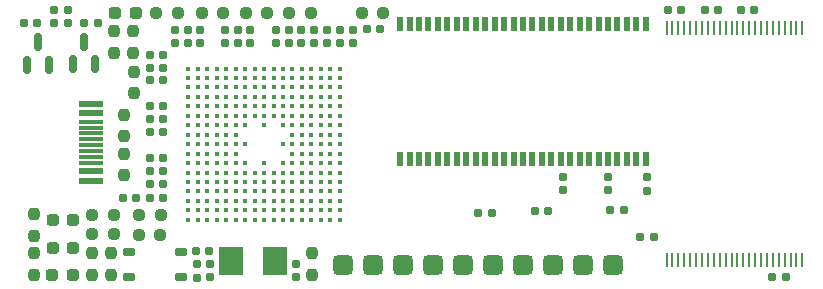
<source format=gtp>
G04 #@! TF.GenerationSoftware,KiCad,Pcbnew,(6.0.11-0)*
G04 #@! TF.CreationDate,2023-02-06T17:09:19+08:00*
G04 #@! TF.ProjectId,us3c,75733363-2e6b-4696-9361-645f70636258,rev?*
G04 #@! TF.SameCoordinates,Original*
G04 #@! TF.FileFunction,Paste,Top*
G04 #@! TF.FilePolarity,Positive*
%FSLAX46Y46*%
G04 Gerber Fmt 4.6, Leading zero omitted, Abs format (unit mm)*
G04 Created by KiCad (PCBNEW (6.0.11-0)) date 2023-02-06 17:09:19*
%MOMM*%
%LPD*%
G01*
G04 APERTURE LIST*
G04 Aperture macros list*
%AMRoundRect*
0 Rectangle with rounded corners*
0 $1 Rounding radius*
0 $2 $3 $4 $5 $6 $7 $8 $9 X,Y pos of 4 corners*
0 Add a 4 corners polygon primitive as box body*
4,1,4,$2,$3,$4,$5,$6,$7,$8,$9,$2,$3,0*
0 Add four circle primitives for the rounded corners*
1,1,$1+$1,$2,$3*
1,1,$1+$1,$4,$5*
1,1,$1+$1,$6,$7*
1,1,$1+$1,$8,$9*
0 Add four rect primitives between the rounded corners*
20,1,$1+$1,$2,$3,$4,$5,0*
20,1,$1+$1,$4,$5,$6,$7,0*
20,1,$1+$1,$6,$7,$8,$9,0*
20,1,$1+$1,$8,$9,$2,$3,0*%
G04 Aperture macros list end*
%ADD10RoundRect,0.237500X-0.287500X-0.237500X0.287500X-0.237500X0.287500X0.237500X-0.287500X0.237500X0*%
%ADD11RoundRect,0.150000X0.150000X-0.587500X0.150000X0.587500X-0.150000X0.587500X-0.150000X-0.587500X0*%
%ADD12RoundRect,0.237500X-0.237500X0.250000X-0.237500X-0.250000X0.237500X-0.250000X0.237500X0.250000X0*%
%ADD13RoundRect,0.155000X-0.212500X-0.155000X0.212500X-0.155000X0.212500X0.155000X-0.212500X0.155000X0*%
%ADD14RoundRect,0.155000X-0.155000X0.212500X-0.155000X-0.212500X0.155000X-0.212500X0.155000X0.212500X0*%
%ADD15C,0.410000*%
%ADD16R,2.000000X0.600000*%
%ADD17R,2.000000X0.300000*%
%ADD18R,1.450000X0.600000*%
%ADD19RoundRect,0.175260X-0.349250X-0.175260X0.349250X-0.175260X0.349250X0.175260X-0.349250X0.175260X0*%
%ADD20RoundRect,0.155000X0.212500X0.155000X-0.212500X0.155000X-0.212500X-0.155000X0.212500X-0.155000X0*%
%ADD21RoundRect,0.237500X0.237500X-0.250000X0.237500X0.250000X-0.237500X0.250000X-0.237500X-0.250000X0*%
%ADD22RoundRect,0.237500X-0.250000X-0.237500X0.250000X-0.237500X0.250000X0.237500X-0.250000X0.237500X0*%
%ADD23RoundRect,0.155000X0.155000X-0.212500X0.155000X0.212500X-0.155000X0.212500X-0.155000X-0.212500X0*%
%ADD24RoundRect,0.425000X0.425000X-0.425000X0.425000X0.425000X-0.425000X0.425000X-0.425000X-0.425000X0*%
%ADD25R,0.508000X1.193800*%
%ADD26R,0.254000X1.282700*%
%ADD27RoundRect,0.237500X0.250000X0.237500X-0.250000X0.237500X-0.250000X-0.237500X0.250000X-0.237500X0*%
%ADD28RoundRect,0.237500X0.287500X0.237500X-0.287500X0.237500X-0.287500X-0.237500X0.287500X-0.237500X0*%
%ADD29R,2.000000X2.400000*%
G04 APERTURE END LIST*
D10*
G04 #@! TO.C,D4*
X20994400Y-39293800D03*
X22744400Y-39293800D03*
G04 #@! TD*
D11*
G04 #@! TO.C,U3*
X18785800Y-23746700D03*
X20685800Y-23746700D03*
X19735800Y-21871700D03*
G04 #@! TD*
D12*
G04 #@! TO.C,R21*
X25958800Y-39725600D03*
X25958800Y-41550600D03*
G04 #@! TD*
D13*
G04 #@! TO.C,C45*
X29218000Y-33883600D03*
X30353000Y-33883600D03*
G04 #@! TD*
D14*
G04 #@! TO.C,C21*
X31343600Y-20819300D03*
X31343600Y-21954300D03*
G04 #@! TD*
G04 #@! TO.C,C40*
X35585400Y-20819300D03*
X35585400Y-21954300D03*
G04 #@! TD*
D13*
G04 #@! TO.C,C35*
X23664100Y-20243800D03*
X24799100Y-20243800D03*
G04 #@! TD*
G04 #@! TO.C,C43*
X29218000Y-32766000D03*
X30353000Y-32766000D03*
G04 #@! TD*
D15*
G04 #@! TO.C,IC1*
X45287400Y-24081201D03*
X45287400Y-24881201D03*
X45287400Y-25681201D03*
X45287400Y-26481201D03*
X45287400Y-27281201D03*
X45287400Y-28081201D03*
X45287400Y-28881201D03*
X45287400Y-29681201D03*
X45287400Y-30481201D03*
X45287400Y-31281201D03*
X45287400Y-32081201D03*
X45287400Y-32881201D03*
X45287400Y-33681201D03*
X45287400Y-34481201D03*
X45287400Y-35281201D03*
X45287400Y-36081201D03*
X45287400Y-36881201D03*
X44487400Y-24081201D03*
X44487400Y-24881201D03*
X44487400Y-25681201D03*
X44487400Y-26481201D03*
X44487400Y-27281201D03*
X44487400Y-28081201D03*
X44487400Y-28881201D03*
X44487400Y-29681201D03*
X44487400Y-30481201D03*
X44487400Y-31281201D03*
X44487400Y-32081201D03*
X44487400Y-32881201D03*
X44487400Y-33681201D03*
X44487400Y-34481201D03*
X44487400Y-35281201D03*
X44487400Y-36081201D03*
X44487400Y-36881201D03*
X43687400Y-24081201D03*
X43687400Y-24881201D03*
X43687400Y-25681201D03*
X43687400Y-26481201D03*
X43687400Y-27281201D03*
X43687400Y-28081201D03*
X43687400Y-28881201D03*
X43687400Y-29681201D03*
X43687400Y-30481201D03*
X43687400Y-31281201D03*
X43687400Y-32081201D03*
X43687400Y-32881201D03*
X43687400Y-33681201D03*
X43687400Y-34481201D03*
X43687400Y-35281201D03*
X43687400Y-36081201D03*
X43687400Y-36881201D03*
X42887400Y-24081201D03*
X42887400Y-24881201D03*
X42887400Y-25681201D03*
X42887400Y-26481201D03*
X42887400Y-27281201D03*
X42887400Y-28081201D03*
X42887400Y-28881201D03*
X42887400Y-29681201D03*
X42887400Y-30481201D03*
X42887400Y-31281201D03*
X42887400Y-32081201D03*
X42887400Y-32881201D03*
X42887400Y-33681201D03*
X42887400Y-34481201D03*
X42887400Y-35281201D03*
X42887400Y-36081201D03*
X42887400Y-36881201D03*
X42087400Y-24081201D03*
X42087400Y-24881201D03*
X42087400Y-25681201D03*
X42087400Y-26481201D03*
X42087400Y-27281201D03*
X42087400Y-28081201D03*
X42087400Y-28881201D03*
X42087400Y-29681201D03*
X42087400Y-30481201D03*
X42087400Y-31281201D03*
X42087400Y-32081201D03*
X42087400Y-32881201D03*
X42087400Y-33681201D03*
X42087400Y-34481201D03*
X42087400Y-35281201D03*
X42087400Y-36081201D03*
X42087400Y-36881201D03*
X41287400Y-24081201D03*
X41287400Y-24881201D03*
X41287400Y-25681201D03*
X41287400Y-26481201D03*
X41287400Y-27281201D03*
X41287400Y-28081201D03*
X41287400Y-28881201D03*
X41287400Y-29681201D03*
X41287400Y-30481201D03*
X41287400Y-31281201D03*
X41287400Y-32081201D03*
X41287400Y-32881201D03*
X41287400Y-33681201D03*
X41287400Y-34481201D03*
X41287400Y-35281201D03*
X41287400Y-36081201D03*
X41287400Y-36881201D03*
X40487400Y-24081201D03*
X40487400Y-24881201D03*
X40487400Y-25681201D03*
X40487400Y-26481201D03*
X40487400Y-27281201D03*
X40487400Y-28081201D03*
X40487400Y-28881201D03*
X40487400Y-30481201D03*
X40487400Y-32081201D03*
X40487400Y-32881201D03*
X40487400Y-33681201D03*
X40487400Y-34481201D03*
X40487400Y-35281201D03*
X40487400Y-36081201D03*
X40487400Y-36881201D03*
X39687400Y-24081201D03*
X39687400Y-24881201D03*
X39687400Y-25681201D03*
X39687400Y-26481201D03*
X39687400Y-27281201D03*
X39687400Y-28081201D03*
X39687400Y-32881201D03*
X39687400Y-33681201D03*
X39687400Y-34481201D03*
X39687400Y-35281201D03*
X39687400Y-36081201D03*
X39687400Y-36881201D03*
X38887400Y-24081201D03*
X38887400Y-24881201D03*
X38887400Y-25681201D03*
X38887400Y-26481201D03*
X38887400Y-27281201D03*
X38887400Y-28081201D03*
X38887400Y-28881201D03*
X38887400Y-32081201D03*
X38887400Y-32881201D03*
X38887400Y-33681201D03*
X38887400Y-34481201D03*
X38887400Y-35281201D03*
X38887400Y-36081201D03*
X38887400Y-36881201D03*
X38087400Y-24081201D03*
X38087400Y-24881201D03*
X38087400Y-25681201D03*
X38087400Y-26481201D03*
X38087400Y-27281201D03*
X38087400Y-28081201D03*
X38087400Y-32881201D03*
X38087400Y-33681201D03*
X38087400Y-34481201D03*
X38087400Y-35281201D03*
X38087400Y-36081201D03*
X38087400Y-36881201D03*
X37287400Y-24081201D03*
X37287400Y-24881201D03*
X37287400Y-25681201D03*
X37287400Y-26481201D03*
X37287400Y-27281201D03*
X37287400Y-28081201D03*
X37287400Y-28881201D03*
X37287400Y-30481201D03*
X37287400Y-32081201D03*
X37287400Y-32881201D03*
X37287400Y-33681201D03*
X37287400Y-34481201D03*
X37287400Y-35281201D03*
X37287400Y-36081201D03*
X37287400Y-36881201D03*
X36487400Y-24081201D03*
X36487400Y-24881201D03*
X36487400Y-25681201D03*
X36487400Y-26481201D03*
X36487400Y-27281201D03*
X36487400Y-28081201D03*
X36487400Y-28881201D03*
X36487400Y-29681201D03*
X36487400Y-30481201D03*
X36487400Y-31281201D03*
X36487400Y-32081201D03*
X36487400Y-32881201D03*
X36487400Y-33681201D03*
X36487400Y-34481201D03*
X36487400Y-35281201D03*
X36487400Y-36081201D03*
X36487400Y-36881201D03*
X35687400Y-24081201D03*
X35687400Y-24881201D03*
X35687400Y-25681201D03*
X35687400Y-26481201D03*
X35687400Y-27281201D03*
X35687400Y-28081201D03*
X35687400Y-28881201D03*
X35687400Y-29681201D03*
X35687400Y-30481201D03*
X35687400Y-31281201D03*
X35687400Y-32081201D03*
X35687400Y-32881201D03*
X35687400Y-33681201D03*
X35687400Y-34481201D03*
X35687400Y-35281201D03*
X35687400Y-36081201D03*
X35687400Y-36881201D03*
X34887400Y-24081201D03*
X34887400Y-24881201D03*
X34887400Y-25681201D03*
X34887400Y-26481201D03*
X34887400Y-27281201D03*
X34887400Y-28081201D03*
X34887400Y-28881201D03*
X34887400Y-29681201D03*
X34887400Y-30481201D03*
X34887400Y-31281201D03*
X34887400Y-32081201D03*
X34887400Y-32881201D03*
X34887400Y-33681201D03*
X34887400Y-34481201D03*
X34887400Y-35281201D03*
X34887400Y-36081201D03*
X34887400Y-36881201D03*
X34087400Y-24081201D03*
X34087400Y-24881201D03*
X34087400Y-25681201D03*
X34087400Y-26481201D03*
X34087400Y-27281201D03*
X34087400Y-28081201D03*
X34087400Y-28881201D03*
X34087400Y-29681201D03*
X34087400Y-30481201D03*
X34087400Y-31281201D03*
X34087400Y-32081201D03*
X34087400Y-32881201D03*
X34087400Y-33681201D03*
X34087400Y-34481201D03*
X34087400Y-35281201D03*
X34087400Y-36081201D03*
X34087400Y-36881201D03*
X33287400Y-24081201D03*
X33287400Y-24881201D03*
X33287400Y-25681201D03*
X33287400Y-26481201D03*
X33287400Y-27281201D03*
X33287400Y-28081201D03*
X33287400Y-28881201D03*
X33287400Y-29681201D03*
X33287400Y-30481201D03*
X33287400Y-31281201D03*
X33287400Y-32081201D03*
X33287400Y-32881201D03*
X33287400Y-33681201D03*
X33287400Y-34481201D03*
X33287400Y-35281201D03*
X33287400Y-36081201D03*
X33287400Y-36881201D03*
X32487400Y-24081201D03*
X32487400Y-24881201D03*
X32487400Y-25681201D03*
X32487400Y-26481201D03*
X32487400Y-27281201D03*
X32487400Y-28081201D03*
X32487400Y-28881201D03*
X32487400Y-29681201D03*
X32487400Y-30481201D03*
X32487400Y-31281201D03*
X32487400Y-32081201D03*
X32487400Y-32881201D03*
X32487400Y-33681201D03*
X32487400Y-34481201D03*
X32487400Y-35281201D03*
X32487400Y-36081201D03*
X32487400Y-36881201D03*
G04 #@! TD*
D16*
G04 #@! TO.C,J1*
X24259900Y-27077600D03*
X24259900Y-27877600D03*
D17*
X24259900Y-29077600D03*
X24259900Y-30077600D03*
X24259900Y-30577600D03*
X24259900Y-31577600D03*
D16*
X24259900Y-32777600D03*
X24259900Y-33577600D03*
X24259900Y-33577600D03*
D18*
X24259900Y-32777600D03*
D17*
X24259900Y-32077600D03*
X24259900Y-31077600D03*
X24259900Y-29577600D03*
X24259900Y-28577600D03*
D18*
X24259900Y-27877600D03*
X24359900Y-27077600D03*
G04 #@! TD*
D19*
G04 #@! TO.C,U7*
X27416760Y-39590980D03*
X31816040Y-39590980D03*
X27416760Y-41739820D03*
X31816040Y-41739820D03*
G04 #@! TD*
D10*
G04 #@! TO.C,D2*
X20969000Y-41529000D03*
X22719000Y-41529000D03*
G04 #@! TD*
D13*
G04 #@! TO.C,C18*
X47607600Y-20751800D03*
X48742600Y-20751800D03*
G04 #@! TD*
D14*
G04 #@! TO.C,C28*
X40970200Y-20819300D03*
X40970200Y-21954300D03*
G04 #@! TD*
D13*
G04 #@! TO.C,C26*
X29226700Y-28321000D03*
X30361700Y-28321000D03*
G04 #@! TD*
D14*
G04 #@! TO.C,C30*
X37719000Y-20819300D03*
X37719000Y-21954300D03*
G04 #@! TD*
D20*
G04 #@! TO.C,C8*
X22259100Y-19126200D03*
X21124100Y-19126200D03*
G04 #@! TD*
D13*
G04 #@! TO.C,C25*
X73092500Y-19151600D03*
X74227500Y-19151600D03*
G04 #@! TD*
D21*
G04 #@! TO.C,R3*
X19380200Y-38225100D03*
X19380200Y-36400100D03*
G04 #@! TD*
D13*
G04 #@! TO.C,C15*
X79239300Y-19126200D03*
X80374300Y-19126200D03*
G04 #@! TD*
G04 #@! TO.C,C41*
X29226700Y-22936200D03*
X30361700Y-22936200D03*
G04 #@! TD*
D20*
G04 #@! TO.C,C24*
X62949900Y-36169600D03*
X61814900Y-36169600D03*
G04 #@! TD*
D22*
G04 #@! TO.C,R14*
X29745300Y-19354800D03*
X31570300Y-19354800D03*
G04 #@! TD*
D23*
G04 #@! TO.C,C12*
X41605200Y-41766300D03*
X41605200Y-40631300D03*
G04 #@! TD*
D12*
G04 #@! TO.C,R9*
X27813000Y-20906100D03*
X27813000Y-22731100D03*
G04 #@! TD*
D13*
G04 #@! TO.C,C7*
X21124100Y-20243800D03*
X22259100Y-20243800D03*
G04 #@! TD*
D14*
G04 #@! TO.C,C38*
X44221400Y-20819300D03*
X44221400Y-21954300D03*
G04 #@! TD*
D10*
G04 #@! TO.C,D3*
X20994400Y-36906200D03*
X22744400Y-36906200D03*
G04 #@! TD*
D14*
G04 #@! TO.C,C22*
X42037000Y-20819300D03*
X42037000Y-21954300D03*
G04 #@! TD*
D11*
G04 #@! TO.C,U2*
X22672000Y-23721300D03*
X24572000Y-23721300D03*
X23622000Y-21846300D03*
G04 #@! TD*
D14*
G04 #@! TO.C,C39*
X36652200Y-20819300D03*
X36652200Y-21954300D03*
G04 #@! TD*
D12*
G04 #@! TO.C,R8*
X27838400Y-24360500D03*
X27838400Y-26185500D03*
G04 #@! TD*
D21*
G04 #@! TO.C,R13*
X19380200Y-41527100D03*
X19380200Y-39702100D03*
G04 #@! TD*
D23*
G04 #@! TO.C,C3*
X64211200Y-34400300D03*
X64211200Y-33265300D03*
G04 #@! TD*
D24*
G04 #@! TO.C,J3*
X45547200Y-40741600D03*
X48087200Y-40741600D03*
X50627200Y-40741600D03*
X53167200Y-40741600D03*
X55707200Y-40741600D03*
X58247200Y-40741600D03*
X60787200Y-40741600D03*
X63327200Y-40741600D03*
X65867200Y-40741600D03*
X68407200Y-40741600D03*
G04 #@! TD*
D21*
G04 #@! TO.C,R11*
X27025600Y-29819600D03*
X27025600Y-27994600D03*
G04 #@! TD*
D23*
G04 #@! TO.C,C32*
X67995800Y-34400300D03*
X67995800Y-33265300D03*
G04 #@! TD*
D25*
G04 #@! TO.C,U4*
X50406300Y-31775400D03*
X51206400Y-31775400D03*
X52006500Y-31775400D03*
X52806600Y-31775400D03*
X53606700Y-31775400D03*
X54406800Y-31775400D03*
X55206900Y-31775400D03*
X56007000Y-31775400D03*
X56807100Y-31775400D03*
X57607200Y-31775400D03*
X58407300Y-31775400D03*
X59207400Y-31775400D03*
X60007500Y-31775400D03*
X60807600Y-31775400D03*
X61607700Y-31775400D03*
X62407800Y-31775400D03*
X63207900Y-31775400D03*
X64008000Y-31775400D03*
X64808100Y-31775400D03*
X65608200Y-31775400D03*
X66408300Y-31775400D03*
X67208400Y-31775400D03*
X68008500Y-31775400D03*
X68808600Y-31775400D03*
X69608700Y-31775400D03*
X70408800Y-31775400D03*
X71208900Y-31775400D03*
X71208900Y-20294600D03*
X70408800Y-20294600D03*
X69608700Y-20294600D03*
X68808600Y-20294600D03*
X68008500Y-20294600D03*
X67208400Y-20294600D03*
X66408300Y-20294600D03*
X65608200Y-20294600D03*
X64808100Y-20294600D03*
X64008000Y-20294600D03*
X63207900Y-20294600D03*
X62407800Y-20294600D03*
X61607700Y-20294600D03*
X60807600Y-20294600D03*
X60007500Y-20294600D03*
X59207400Y-20294600D03*
X58407300Y-20294600D03*
X57607200Y-20294600D03*
X56807100Y-20294600D03*
X56007000Y-20294600D03*
X55206900Y-20294600D03*
X54406800Y-20294600D03*
X53606700Y-20294600D03*
X52806600Y-20294600D03*
X52006500Y-20294600D03*
X51206400Y-20294600D03*
X50406300Y-20294600D03*
G04 #@! TD*
D14*
G04 #@! TO.C,C37*
X39903400Y-20819300D03*
X39903400Y-21954300D03*
G04 #@! TD*
D20*
G04 #@! TO.C,C29*
X77351700Y-19151600D03*
X76216700Y-19151600D03*
G04 #@! TD*
D26*
G04 #@! TO.C,U5*
X72964601Y-40316150D03*
X73464600Y-40316150D03*
X73964599Y-40316150D03*
X74464601Y-40316150D03*
X74964600Y-40316150D03*
X75464599Y-40316150D03*
X75964600Y-40316150D03*
X76464599Y-40316150D03*
X76964601Y-40316150D03*
X77464600Y-40316150D03*
X77964599Y-40316150D03*
X78464600Y-40316150D03*
X78964600Y-40316150D03*
X79464601Y-40316150D03*
X79964600Y-40316150D03*
X80464599Y-40316150D03*
X80964601Y-40316150D03*
X81464600Y-40316150D03*
X81964601Y-40316150D03*
X82464600Y-40316150D03*
X82964599Y-40316150D03*
X83464601Y-40316150D03*
X83964600Y-40316150D03*
X84464601Y-40316150D03*
X84464599Y-20643850D03*
X83964600Y-20643850D03*
X83464601Y-20643850D03*
X82964599Y-20643850D03*
X82464600Y-20643850D03*
X81964599Y-20643850D03*
X81464600Y-20643850D03*
X80964601Y-20643850D03*
X80464599Y-20643850D03*
X79964600Y-20643850D03*
X79464598Y-20643850D03*
X78964600Y-20643850D03*
X78464600Y-20643850D03*
X77964599Y-20643850D03*
X77464600Y-20643850D03*
X76964601Y-20643850D03*
X76464599Y-20643850D03*
X75964600Y-20643850D03*
X75464599Y-20643850D03*
X74964600Y-20643850D03*
X74464601Y-20643850D03*
X73964599Y-20643850D03*
X73464600Y-20643850D03*
X72964599Y-20643850D03*
G04 #@! TD*
D14*
G04 #@! TO.C,C42*
X43129200Y-20819300D03*
X43129200Y-21954300D03*
G04 #@! TD*
D23*
G04 #@! TO.C,C48*
X33223200Y-41791700D03*
X33223200Y-40656700D03*
G04 #@! TD*
D13*
G04 #@! TO.C,C10*
X18558700Y-20243800D03*
X19693700Y-20243800D03*
G04 #@! TD*
D14*
G04 #@! TO.C,C46*
X32410400Y-20819300D03*
X32410400Y-21954300D03*
G04 #@! TD*
D22*
G04 #@! TO.C,R18*
X28272100Y-38150800D03*
X30097100Y-38150800D03*
G04 #@! TD*
D27*
G04 #@! TO.C,R15*
X35431100Y-19354800D03*
X33606100Y-19354800D03*
G04 #@! TD*
D28*
G04 #@! TO.C,D1*
X28027600Y-19354800D03*
X26277600Y-19354800D03*
G04 #@! TD*
D13*
G04 #@! TO.C,C31*
X29201300Y-29438600D03*
X30336300Y-29438600D03*
G04 #@! TD*
D23*
G04 #@! TO.C,C19*
X71348600Y-34425700D03*
X71348600Y-33290700D03*
G04 #@! TD*
D27*
G04 #@! TO.C,R12*
X30122500Y-36449000D03*
X28297500Y-36449000D03*
G04 #@! TD*
D20*
G04 #@! TO.C,C2*
X34222500Y-39497000D03*
X33087500Y-39497000D03*
G04 #@! TD*
D13*
G04 #@! TO.C,C13*
X68215700Y-36093400D03*
X69350700Y-36093400D03*
G04 #@! TD*
D22*
G04 #@! TO.C,R2*
X47144300Y-19405600D03*
X48969300Y-19405600D03*
G04 #@! TD*
D13*
G04 #@! TO.C,C9*
X26915300Y-35026600D03*
X28050300Y-35026600D03*
G04 #@! TD*
G04 #@! TO.C,C33*
X29226700Y-25069800D03*
X30361700Y-25069800D03*
G04 #@! TD*
D20*
G04 #@! TO.C,C14*
X58174700Y-36271200D03*
X57039700Y-36271200D03*
G04 #@! TD*
D12*
G04 #@! TO.C,R10*
X27025600Y-31294700D03*
X27025600Y-33119700D03*
G04 #@! TD*
D14*
G04 #@! TO.C,C47*
X33451800Y-20819300D03*
X33451800Y-21954300D03*
G04 #@! TD*
G04 #@! TO.C,C23*
X46431200Y-20819300D03*
X46431200Y-21954300D03*
G04 #@! TD*
D20*
G04 #@! TO.C,C1*
X30361700Y-35026600D03*
X29226700Y-35026600D03*
G04 #@! TD*
D29*
G04 #@! TO.C,Y1*
X36097600Y-40386000D03*
X39797600Y-40386000D03*
G04 #@! TD*
D13*
G04 #@! TO.C,C27*
X29235400Y-27228800D03*
X30370400Y-27228800D03*
G04 #@! TD*
D21*
G04 #@! TO.C,R1*
X42926000Y-41552500D03*
X42926000Y-39727500D03*
G04 #@! TD*
D23*
G04 #@! TO.C,C6*
X34290000Y-41766300D03*
X34290000Y-40631300D03*
G04 #@! TD*
D12*
G04 #@! TO.C,R5*
X24358600Y-39725600D03*
X24358600Y-41550600D03*
G04 #@! TD*
D14*
G04 #@! TO.C,C34*
X45313600Y-20819300D03*
X45313600Y-21954300D03*
G04 #@! TD*
D27*
G04 #@! TO.C,R17*
X42822500Y-19354800D03*
X40997500Y-19354800D03*
G04 #@! TD*
G04 #@! TO.C,R6*
X26185500Y-36497900D03*
X24360500Y-36497900D03*
G04 #@! TD*
D13*
G04 #@! TO.C,C20*
X70755700Y-38303200D03*
X71890700Y-38303200D03*
G04 #@! TD*
D21*
G04 #@! TO.C,R4*
X26212800Y-22731100D03*
X26212800Y-20906100D03*
G04 #@! TD*
D13*
G04 #@! TO.C,C36*
X29201300Y-31673800D03*
X30336300Y-31673800D03*
G04 #@! TD*
D20*
G04 #@! TO.C,C4*
X83066700Y-41732200D03*
X81931700Y-41732200D03*
G04 #@! TD*
D13*
G04 #@! TO.C,C44*
X29226700Y-24003000D03*
X30361700Y-24003000D03*
G04 #@! TD*
D27*
G04 #@! TO.C,R16*
X39164900Y-19354800D03*
X37339900Y-19354800D03*
G04 #@! TD*
G04 #@! TO.C,R7*
X26185500Y-38098100D03*
X24360500Y-38098100D03*
G04 #@! TD*
M02*

</source>
